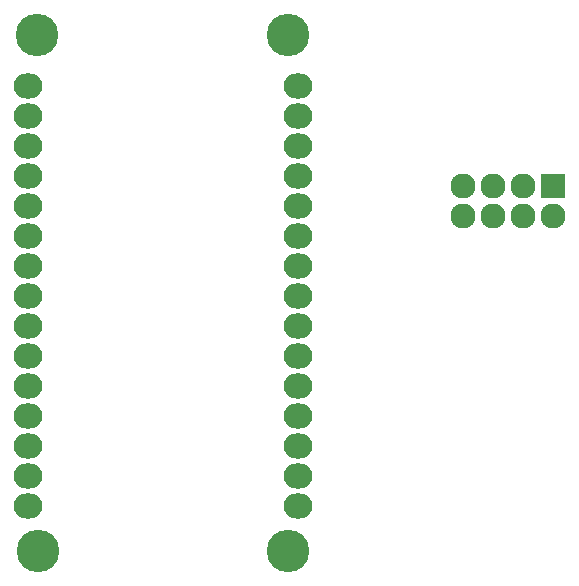
<source format=gts>
G04 #@! TF.GenerationSoftware,KiCad,Pcbnew,(5.0.0-rc2-dev-482-gf81c77cd4)*
G04 #@! TF.CreationDate,2018-06-24T17:31:56+02:00*
G04 #@! TF.ProjectId,ha_plattform,68615F706C617474666F726D2E6B6963,rev?*
G04 #@! TF.SameCoordinates,Original*
G04 #@! TF.FileFunction,Soldermask,Top*
G04 #@! TF.FilePolarity,Negative*
%FSLAX46Y46*%
G04 Gerber Fmt 4.6, Leading zero omitted, Abs format (unit mm)*
G04 Created by KiCad (PCBNEW (5.0.0-rc2-dev-482-gf81c77cd4)) date Sun Jun 24 17:31:56 2018*
%MOMM*%
%LPD*%
G01*
G04 APERTURE LIST*
%ADD10O,2.432000X2.127200*%
%ADD11C,3.600000*%
%ADD12O,2.127200X2.127200*%
%ADD13R,2.127200X2.127200*%
G04 APERTURE END LIST*
D10*
X24111524Y-28022001D03*
X24111524Y-30562001D03*
X24111524Y-33102001D03*
X24111524Y-35642001D03*
X24111524Y-38182001D03*
X24111524Y-40722001D03*
X24111524Y-43262001D03*
X24111524Y-45802001D03*
X24111524Y-48342001D03*
X24111524Y-50882001D03*
X24111524Y-53422001D03*
X24111524Y-55962001D03*
X24111524Y-58502001D03*
X24111524Y-61042001D03*
X24111524Y-63582001D03*
X46971524Y-28022001D03*
X46971524Y-58502001D03*
X46971524Y-61042001D03*
X46971524Y-55962001D03*
X46971524Y-40722001D03*
X46971524Y-38182001D03*
X46971524Y-43262001D03*
X46971524Y-63582001D03*
X46971524Y-48342001D03*
X46971524Y-45802001D03*
X46971524Y-50882001D03*
X46971524Y-53422001D03*
X46971524Y-33102001D03*
X46971524Y-35642001D03*
X46971524Y-30562001D03*
D11*
X24911524Y-67402001D03*
X46111524Y-67402001D03*
X46111524Y-23772001D03*
X24861524Y-23772001D03*
D12*
X60900000Y-36510000D03*
X60900000Y-39050000D03*
X63440000Y-36510000D03*
X63440000Y-39050000D03*
X65980000Y-36510000D03*
X65980000Y-39050000D03*
D13*
X68520000Y-36510000D03*
D12*
X68520000Y-39050000D03*
M02*

</source>
